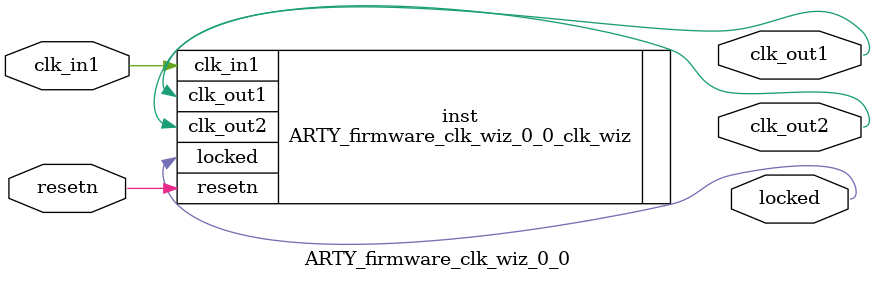
<source format=v>


`timescale 1ps/1ps

(* CORE_GENERATION_INFO = "ARTY_firmware_clk_wiz_0_0,clk_wiz_v5_4_3_0,{component_name=ARTY_firmware_clk_wiz_0_0,use_phase_alignment=true,use_min_o_jitter=false,use_max_i_jitter=false,use_dyn_phase_shift=false,use_inclk_switchover=false,use_dyn_reconfig=false,enable_axi=0,feedback_source=FDBK_AUTO,PRIMITIVE=MMCM,num_out_clk=2,clkin1_period=10.000,clkin2_period=10.000,use_power_down=false,use_reset=true,use_locked=true,use_inclk_stopped=false,feedback_type=SINGLE,CLOCK_MGR_TYPE=NA,manual_override=false}" *)

module ARTY_firmware_clk_wiz_0_0 
 (
  // Clock out ports
  output        clk_out1,
  output        clk_out2,
  // Status and control signals
  input         resetn,
  output        locked,
 // Clock in ports
  input         clk_in1
 );

  ARTY_firmware_clk_wiz_0_0_clk_wiz inst
  (
  // Clock out ports  
  .clk_out1(clk_out1),
  .clk_out2(clk_out2),
  // Status and control signals               
  .resetn(resetn), 
  .locked(locked),
 // Clock in ports
  .clk_in1(clk_in1)
  );

endmodule

</source>
